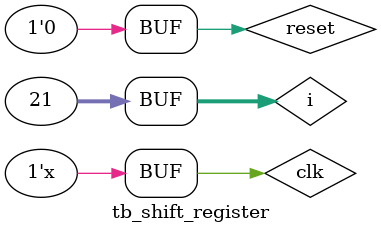
<source format=v>
`timescale 1ns / 1ps


module tb_shift_register();

    reg clk, reset, x_i;
    wire [2:0] out;
    integer i;
    
    shift_register dut(.clk(clk), .reset(reset), .x_i(x_i), .out(out));
    
    always begin
     #5 clk = ~clk;
     end
     
    initial begin
       clk <= 1;
       reset <= 1;
       x_i <= 0;
       #10 reset <= 0;
       
       for(i=0;i<=20;i=i+1)
        #5 x_i <= $random%2;
    end

endmodule

</source>
